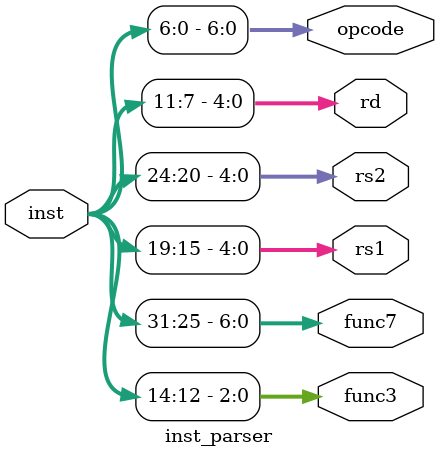
<source format=v>
`timescale 1ns / 1ps


module inst_parser(
    input [31:0] inst,
    output [2:0] func3,
    output [6:0] func7,
    output [4:0] rs1,
    output [4:0] rs2,
    output [4:0] rd,
    output [6:0] opcode
);

    assign opcode = inst[6:0];
    assign rd     = inst[11:7];
    assign func3  = inst[14:12];
    assign rs1    = inst[19:15];
    assign rs2    = inst[24:20];
    assign func7  = inst[31:25];

endmodule


</source>
